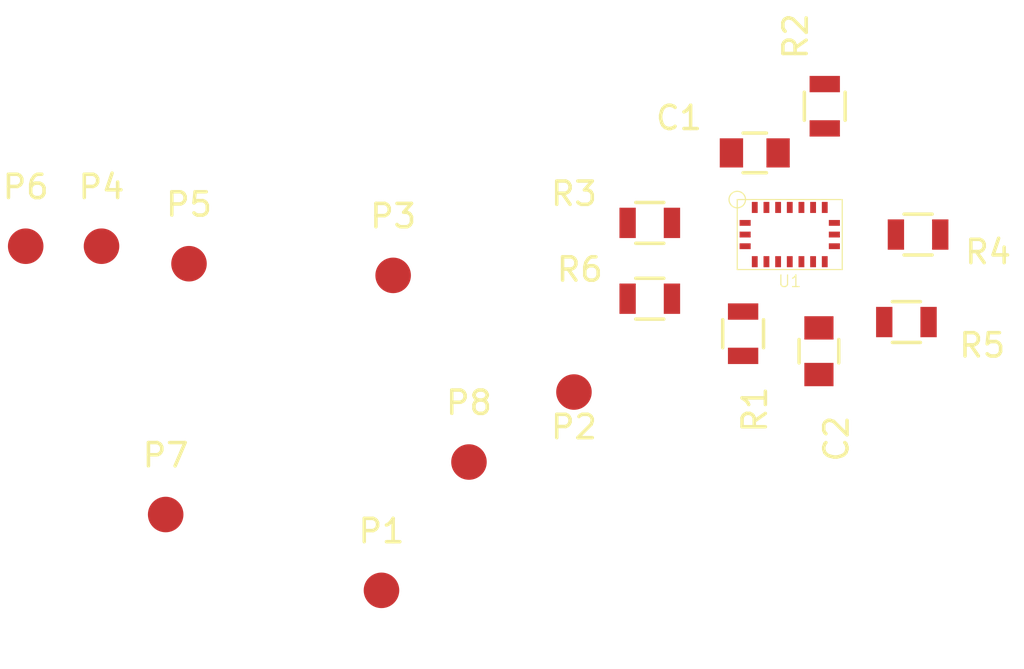
<source format=kicad_pcb>
(kicad_pcb (version 4) (host pcbnew 4.0.2-stable)

  (general
    (links 22)
    (no_connects 22)
    (area 0 0 0 0)
    (thickness 1.6)
    (drawings 0)
    (tracks 0)
    (zones 0)
    (modules 17)
    (nets 15)
  )

  (page A4)
  (layers
    (0 F.Cu signal)
    (31 B.Cu signal)
    (32 B.Adhes user)
    (33 F.Adhes user)
    (34 B.Paste user)
    (35 F.Paste user)
    (36 B.SilkS user)
    (37 F.SilkS user)
    (38 B.Mask user)
    (39 F.Mask user)
    (40 Dwgs.User user)
    (41 Cmts.User user)
    (42 Eco1.User user)
    (43 Eco2.User user)
    (44 Edge.Cuts user)
    (45 Margin user)
    (46 B.CrtYd user)
    (47 F.CrtYd user)
    (48 B.Fab user)
    (49 F.Fab user)
  )

  (setup
    (last_trace_width 0.25)
    (trace_clearance 0.2)
    (zone_clearance 0.508)
    (zone_45_only no)
    (trace_min 0.2)
    (segment_width 0.2)
    (edge_width 0.15)
    (via_size 0.6)
    (via_drill 0.4)
    (via_min_size 0.4)
    (via_min_drill 0.3)
    (uvia_size 0.3)
    (uvia_drill 0.1)
    (uvias_allowed no)
    (uvia_min_size 0.2)
    (uvia_min_drill 0.1)
    (pcb_text_width 0.3)
    (pcb_text_size 1.5 1.5)
    (mod_edge_width 0.15)
    (mod_text_size 1 1)
    (mod_text_width 0.15)
    (pad_size 1.524 1.524)
    (pad_drill 0.762)
    (pad_to_mask_clearance 0.2)
    (aux_axis_origin 0 0)
    (visible_elements FFFFFF7F)
    (pcbplotparams
      (layerselection 0x00030_80000001)
      (usegerberextensions false)
      (excludeedgelayer true)
      (linewidth 0.100000)
      (plotframeref false)
      (viasonmask false)
      (mode 1)
      (useauxorigin false)
      (hpglpennumber 1)
      (hpglpenspeed 20)
      (hpglpendiameter 15)
      (hpglpenoverlay 2)
      (psnegative false)
      (psa4output false)
      (plotreference true)
      (plotvalue true)
      (plotinvisibletext false)
      (padsonsilk false)
      (subtractmaskfromsilk false)
      (outputformat 1)
      (mirror false)
      (drillshape 1)
      (scaleselection 1)
      (outputdirectory ""))
  )

  (net 0 "")
  (net 1 VDD)
  (net 2 GND)
  (net 3 "Net-(P3-Pad1)")
  (net 4 "Net-(P4-Pad1)")
  (net 5 "Net-(P5-Pad1)")
  (net 6 "Net-(P6-Pad1)")
  (net 7 "Net-(P7-Pad1)")
  (net 8 "Net-(P8-Pad1)")
  (net 9 /~accel-cs~)
  (net 10 /~gyro-cs~)
  (net 11 /~magnet-cs~)
  (net 12 /sck)
  (net 13 /mosi)
  (net 14 /miso)

  (net_class Default "This is the default net class."
    (clearance 0.2)
    (trace_width 0.25)
    (via_dia 0.6)
    (via_drill 0.4)
    (uvia_dia 0.3)
    (uvia_drill 0.1)
    (add_net /miso)
    (add_net /mosi)
    (add_net /sck)
    (add_net /~accel-cs~)
    (add_net /~gyro-cs~)
    (add_net /~magnet-cs~)
    (add_net GND)
    (add_net "Net-(P3-Pad1)")
    (add_net "Net-(P4-Pad1)")
    (add_net "Net-(P5-Pad1)")
    (add_net "Net-(P6-Pad1)")
    (add_net "Net-(P7-Pad1)")
    (add_net "Net-(P8-Pad1)")
    (add_net VDD)
  )

  (module Capacitors_SMD:C_0805 (layer F.Cu) (tedit 57D72657) (tstamp 57D7272A)
    (at 172.25 87.75)
    (descr "Capacitor SMD 0805, reflow soldering, AVX (see smccp.pdf)")
    (tags "capacitor 0805")
    (path /57D7157B)
    (attr smd)
    (fp_text reference C1 (at -3.25 -1.5) (layer F.SilkS)
      (effects (font (size 1 1) (thickness 0.15)))
    )
    (fp_text value 100n (at -3.5 0) (layer F.Fab)
      (effects (font (size 1 1) (thickness 0.15)))
    )
    (fp_line (start -1.8 -1) (end 1.8 -1) (layer F.CrtYd) (width 0.05))
    (fp_line (start -1.8 1) (end 1.8 1) (layer F.CrtYd) (width 0.05))
    (fp_line (start -1.8 -1) (end -1.8 1) (layer F.CrtYd) (width 0.05))
    (fp_line (start 1.8 -1) (end 1.8 1) (layer F.CrtYd) (width 0.05))
    (fp_line (start 0.5 -0.85) (end -0.5 -0.85) (layer F.SilkS) (width 0.15))
    (fp_line (start -0.5 0.85) (end 0.5 0.85) (layer F.SilkS) (width 0.15))
    (pad 1 smd rect (at -1 0) (size 1 1.25) (layers F.Cu F.Paste F.Mask)
      (net 1 VDD))
    (pad 2 smd rect (at 1 0) (size 1 1.25) (layers F.Cu F.Paste F.Mask)
      (net 2 GND))
    (model Capacitors_SMD.3dshapes/C_0805.wrl
      (at (xyz 0 0 0))
      (scale (xyz 1 1 1))
      (rotate (xyz 0 0 0))
    )
  )

  (module Capacitors_SMD:C_0805 (layer F.Cu) (tedit 57D72672) (tstamp 57D72730)
    (at 175 96.25 270)
    (descr "Capacitor SMD 0805, reflow soldering, AVX (see smccp.pdf)")
    (tags "capacitor 0805")
    (path /57D7170F)
    (attr smd)
    (fp_text reference C2 (at 3.75 -0.75 270) (layer F.SilkS)
      (effects (font (size 1 1) (thickness 0.15)))
    )
    (fp_text value 100n (at 3.75 0.5 270) (layer F.Fab)
      (effects (font (size 1 1) (thickness 0.15)))
    )
    (fp_line (start -1.8 -1) (end 1.8 -1) (layer F.CrtYd) (width 0.05))
    (fp_line (start -1.8 1) (end 1.8 1) (layer F.CrtYd) (width 0.05))
    (fp_line (start -1.8 -1) (end -1.8 1) (layer F.CrtYd) (width 0.05))
    (fp_line (start 1.8 -1) (end 1.8 1) (layer F.CrtYd) (width 0.05))
    (fp_line (start 0.5 -0.85) (end -0.5 -0.85) (layer F.SilkS) (width 0.15))
    (fp_line (start -0.5 0.85) (end 0.5 0.85) (layer F.SilkS) (width 0.15))
    (pad 1 smd rect (at -1 0 270) (size 1 1.25) (layers F.Cu F.Paste F.Mask)
      (net 1 VDD))
    (pad 2 smd rect (at 1 0 270) (size 1 1.25) (layers F.Cu F.Paste F.Mask)
      (net 2 GND))
    (model Capacitors_SMD.3dshapes/C_0805.wrl
      (at (xyz 0 0 0))
      (scale (xyz 1 1 1))
      (rotate (xyz 0 0 0))
    )
  )

  (module Measurement_Points:Measurement_Point_Round-SMD-Pad_Small (layer F.Cu) (tedit 0) (tstamp 57D72735)
    (at 156.25 106.5)
    (descr "Mesurement Point, Round, SMD Pad, DM 1.5mm,")
    (tags "Mesurement Point, Round, SMD Pad, DM 1.5mm,")
    (path /57D7262E)
    (fp_text reference P1 (at 0 -2.54) (layer F.SilkS)
      (effects (font (size 1 1) (thickness 0.15)))
    )
    (fp_text value vcc (at 1.27 2.54) (layer F.Fab)
      (effects (font (size 1 1) (thickness 0.15)))
    )
    (pad 1 smd circle (at 0 0) (size 1.524 1.524) (layers F.Cu F.Paste F.Mask)
      (net 1 VDD))
  )

  (module Measurement_Points:Measurement_Point_Round-SMD-Pad_Small (layer F.Cu) (tedit 57D72649) (tstamp 57D7273A)
    (at 164.5 98)
    (descr "Mesurement Point, Round, SMD Pad, DM 1.5mm,")
    (tags "Mesurement Point, Round, SMD Pad, DM 1.5mm,")
    (path /57D72696)
    (fp_text reference P2 (at 0 1.5) (layer F.SilkS)
      (effects (font (size 1 1) (thickness 0.15)))
    )
    (fp_text value gnd (at 1.27 2.54) (layer F.Fab)
      (effects (font (size 1 1) (thickness 0.15)))
    )
    (pad 1 smd circle (at 0 0) (size 1.524 1.524) (layers F.Cu F.Paste F.Mask)
      (net 2 GND))
  )

  (module Measurement_Points:Measurement_Point_Round-SMD-Pad_Small (layer F.Cu) (tedit 0) (tstamp 57D7273F)
    (at 156.75 93)
    (descr "Mesurement Point, Round, SMD Pad, DM 1.5mm,")
    (tags "Mesurement Point, Round, SMD Pad, DM 1.5mm,")
    (path /57D723A1)
    (fp_text reference P3 (at 0 -2.54) (layer F.SilkS)
      (effects (font (size 1 1) (thickness 0.15)))
    )
    (fp_text value accel-cs (at 1.27 2.54) (layer F.Fab)
      (effects (font (size 1 1) (thickness 0.15)))
    )
    (pad 1 smd circle (at 0 0) (size 1.524 1.524) (layers F.Cu F.Paste F.Mask)
      (net 3 "Net-(P3-Pad1)"))
  )

  (module Measurement_Points:Measurement_Point_Round-SMD-Pad_Small (layer F.Cu) (tedit 0) (tstamp 57D72744)
    (at 144.25 91.75)
    (descr "Mesurement Point, Round, SMD Pad, DM 1.5mm,")
    (tags "Mesurement Point, Round, SMD Pad, DM 1.5mm,")
    (path /57D7241E)
    (fp_text reference P4 (at 0 -2.54) (layer F.SilkS)
      (effects (font (size 1 1) (thickness 0.15)))
    )
    (fp_text value gyro-cs (at 1.27 2.54) (layer F.Fab)
      (effects (font (size 1 1) (thickness 0.15)))
    )
    (pad 1 smd circle (at 0 0) (size 1.524 1.524) (layers F.Cu F.Paste F.Mask)
      (net 4 "Net-(P4-Pad1)"))
  )

  (module Measurement_Points:Measurement_Point_Round-SMD-Pad_Small (layer F.Cu) (tedit 0) (tstamp 57D72749)
    (at 148 92.5)
    (descr "Mesurement Point, Round, SMD Pad, DM 1.5mm,")
    (tags "Mesurement Point, Round, SMD Pad, DM 1.5mm,")
    (path /57D72453)
    (fp_text reference P5 (at 0 -2.54) (layer F.SilkS)
      (effects (font (size 1 1) (thickness 0.15)))
    )
    (fp_text value magnet-cs (at 1.27 2.54) (layer F.Fab)
      (effects (font (size 1 1) (thickness 0.15)))
    )
    (pad 1 smd circle (at 0 0) (size 1.524 1.524) (layers F.Cu F.Paste F.Mask)
      (net 5 "Net-(P5-Pad1)"))
  )

  (module Measurement_Points:Measurement_Point_Round-SMD-Pad_Small (layer F.Cu) (tedit 0) (tstamp 57D7274E)
    (at 141 91.75)
    (descr "Mesurement Point, Round, SMD Pad, DM 1.5mm,")
    (tags "Mesurement Point, Round, SMD Pad, DM 1.5mm,")
    (path /57D7249C)
    (fp_text reference P6 (at 0 -2.54) (layer F.SilkS)
      (effects (font (size 1 1) (thickness 0.15)))
    )
    (fp_text value sck (at 1.27 2.54) (layer F.Fab)
      (effects (font (size 1 1) (thickness 0.15)))
    )
    (pad 1 smd circle (at 0 0) (size 1.524 1.524) (layers F.Cu F.Paste F.Mask)
      (net 6 "Net-(P6-Pad1)"))
  )

  (module Measurement_Points:Measurement_Point_Round-SMD-Pad_Small (layer F.Cu) (tedit 0) (tstamp 57D72753)
    (at 147 103.25)
    (descr "Mesurement Point, Round, SMD Pad, DM 1.5mm,")
    (tags "Mesurement Point, Round, SMD Pad, DM 1.5mm,")
    (path /57D724D9)
    (fp_text reference P7 (at 0 -2.54) (layer F.SilkS)
      (effects (font (size 1 1) (thickness 0.15)))
    )
    (fp_text value mosi (at 1.27 2.54) (layer F.Fab)
      (effects (font (size 1 1) (thickness 0.15)))
    )
    (pad 1 smd circle (at 0 0) (size 1.524 1.524) (layers F.Cu F.Paste F.Mask)
      (net 7 "Net-(P7-Pad1)"))
  )

  (module Measurement_Points:Measurement_Point_Round-SMD-Pad_Small (layer F.Cu) (tedit 0) (tstamp 57D72758)
    (at 160 101)
    (descr "Mesurement Point, Round, SMD Pad, DM 1.5mm,")
    (tags "Mesurement Point, Round, SMD Pad, DM 1.5mm,")
    (path /57D7251A)
    (fp_text reference P8 (at 0 -2.54) (layer F.SilkS)
      (effects (font (size 1 1) (thickness 0.15)))
    )
    (fp_text value miso (at 1.27 2.54) (layer F.Fab)
      (effects (font (size 1 1) (thickness 0.15)))
    )
    (pad 1 smd circle (at 0 0) (size 1.524 1.524) (layers F.Cu F.Paste F.Mask)
      (net 8 "Net-(P8-Pad1)"))
  )

  (module Resistors_SMD:R_0805 (layer F.Cu) (tedit 57D72678) (tstamp 57D7275E)
    (at 171.75 95.5 90)
    (descr "Resistor SMD 0805, reflow soldering, Vishay (see dcrcw.pdf)")
    (tags "resistor 0805")
    (path /57D722A1)
    (attr smd)
    (fp_text reference R1 (at -3.25 0.5 90) (layer F.SilkS)
      (effects (font (size 1 1) (thickness 0.15)))
    )
    (fp_text value 100 (at -3.5 -0.75 90) (layer F.Fab)
      (effects (font (size 1 1) (thickness 0.15)))
    )
    (fp_line (start -1.6 -1) (end 1.6 -1) (layer F.CrtYd) (width 0.05))
    (fp_line (start -1.6 1) (end 1.6 1) (layer F.CrtYd) (width 0.05))
    (fp_line (start -1.6 -1) (end -1.6 1) (layer F.CrtYd) (width 0.05))
    (fp_line (start 1.6 -1) (end 1.6 1) (layer F.CrtYd) (width 0.05))
    (fp_line (start 0.6 0.875) (end -0.6 0.875) (layer F.SilkS) (width 0.15))
    (fp_line (start -0.6 -0.875) (end 0.6 -0.875) (layer F.SilkS) (width 0.15))
    (pad 1 smd rect (at -0.95 0 90) (size 0.7 1.3) (layers F.Cu F.Paste F.Mask)
      (net 3 "Net-(P3-Pad1)"))
    (pad 2 smd rect (at 0.95 0 90) (size 0.7 1.3) (layers F.Cu F.Paste F.Mask)
      (net 9 /~accel-cs~))
    (model Resistors_SMD.3dshapes/R_0805.wrl
      (at (xyz 0 0 0))
      (scale (xyz 1 1 1))
      (rotate (xyz 0 0 0))
    )
  )

  (module Resistors_SMD:R_0805 (layer F.Cu) (tedit 57D7265E) (tstamp 57D72764)
    (at 175.25 85.75 270)
    (descr "Resistor SMD 0805, reflow soldering, Vishay (see dcrcw.pdf)")
    (tags "resistor 0805")
    (path /57D72417)
    (attr smd)
    (fp_text reference R2 (at -3 1.25 270) (layer F.SilkS)
      (effects (font (size 1 1) (thickness 0.15)))
    )
    (fp_text value 100 (at -3 0 270) (layer F.Fab)
      (effects (font (size 1 1) (thickness 0.15)))
    )
    (fp_line (start -1.6 -1) (end 1.6 -1) (layer F.CrtYd) (width 0.05))
    (fp_line (start -1.6 1) (end 1.6 1) (layer F.CrtYd) (width 0.05))
    (fp_line (start -1.6 -1) (end -1.6 1) (layer F.CrtYd) (width 0.05))
    (fp_line (start 1.6 -1) (end 1.6 1) (layer F.CrtYd) (width 0.05))
    (fp_line (start 0.6 0.875) (end -0.6 0.875) (layer F.SilkS) (width 0.15))
    (fp_line (start -0.6 -0.875) (end 0.6 -0.875) (layer F.SilkS) (width 0.15))
    (pad 1 smd rect (at -0.95 0 270) (size 0.7 1.3) (layers F.Cu F.Paste F.Mask)
      (net 4 "Net-(P4-Pad1)"))
    (pad 2 smd rect (at 0.95 0 270) (size 0.7 1.3) (layers F.Cu F.Paste F.Mask)
      (net 10 /~gyro-cs~))
    (model Resistors_SMD.3dshapes/R_0805.wrl
      (at (xyz 0 0 0))
      (scale (xyz 1 1 1))
      (rotate (xyz 0 0 0))
    )
  )

  (module Resistors_SMD:R_0805 (layer F.Cu) (tedit 57D7264E) (tstamp 57D7276A)
    (at 167.75 90.75)
    (descr "Resistor SMD 0805, reflow soldering, Vishay (see dcrcw.pdf)")
    (tags "resistor 0805")
    (path /57D7244C)
    (attr smd)
    (fp_text reference R3 (at -3.25 -1.25) (layer F.SilkS)
      (effects (font (size 1 1) (thickness 0.15)))
    )
    (fp_text value 100 (at -3.25 0) (layer F.Fab)
      (effects (font (size 1 1) (thickness 0.15)))
    )
    (fp_line (start -1.6 -1) (end 1.6 -1) (layer F.CrtYd) (width 0.05))
    (fp_line (start -1.6 1) (end 1.6 1) (layer F.CrtYd) (width 0.05))
    (fp_line (start -1.6 -1) (end -1.6 1) (layer F.CrtYd) (width 0.05))
    (fp_line (start 1.6 -1) (end 1.6 1) (layer F.CrtYd) (width 0.05))
    (fp_line (start 0.6 0.875) (end -0.6 0.875) (layer F.SilkS) (width 0.15))
    (fp_line (start -0.6 -0.875) (end 0.6 -0.875) (layer F.SilkS) (width 0.15))
    (pad 1 smd rect (at -0.95 0) (size 0.7 1.3) (layers F.Cu F.Paste F.Mask)
      (net 5 "Net-(P5-Pad1)"))
    (pad 2 smd rect (at 0.95 0) (size 0.7 1.3) (layers F.Cu F.Paste F.Mask)
      (net 11 /~magnet-cs~))
    (model Resistors_SMD.3dshapes/R_0805.wrl
      (at (xyz 0 0 0))
      (scale (xyz 1 1 1))
      (rotate (xyz 0 0 0))
    )
  )

  (module Resistors_SMD:R_0805 (layer F.Cu) (tedit 57D7268D) (tstamp 57D72770)
    (at 179.25 91.25 180)
    (descr "Resistor SMD 0805, reflow soldering, Vishay (see dcrcw.pdf)")
    (tags "resistor 0805")
    (path /57D72495)
    (attr smd)
    (fp_text reference R4 (at -3 -0.75 180) (layer F.SilkS)
      (effects (font (size 1 1) (thickness 0.15)))
    )
    (fp_text value 100 (at -3 0.5 180) (layer F.Fab)
      (effects (font (size 1 1) (thickness 0.15)))
    )
    (fp_line (start -1.6 -1) (end 1.6 -1) (layer F.CrtYd) (width 0.05))
    (fp_line (start -1.6 1) (end 1.6 1) (layer F.CrtYd) (width 0.05))
    (fp_line (start -1.6 -1) (end -1.6 1) (layer F.CrtYd) (width 0.05))
    (fp_line (start 1.6 -1) (end 1.6 1) (layer F.CrtYd) (width 0.05))
    (fp_line (start 0.6 0.875) (end -0.6 0.875) (layer F.SilkS) (width 0.15))
    (fp_line (start -0.6 -0.875) (end 0.6 -0.875) (layer F.SilkS) (width 0.15))
    (pad 1 smd rect (at -0.95 0 180) (size 0.7 1.3) (layers F.Cu F.Paste F.Mask)
      (net 6 "Net-(P6-Pad1)"))
    (pad 2 smd rect (at 0.95 0 180) (size 0.7 1.3) (layers F.Cu F.Paste F.Mask)
      (net 12 /sck))
    (model Resistors_SMD.3dshapes/R_0805.wrl
      (at (xyz 0 0 0))
      (scale (xyz 1 1 1))
      (rotate (xyz 0 0 0))
    )
  )

  (module Resistors_SMD:R_0805 (layer F.Cu) (tedit 57D72688) (tstamp 57D72776)
    (at 178.75 95 180)
    (descr "Resistor SMD 0805, reflow soldering, Vishay (see dcrcw.pdf)")
    (tags "resistor 0805")
    (path /57D724D2)
    (attr smd)
    (fp_text reference R5 (at -3.25 -1 180) (layer F.SilkS)
      (effects (font (size 1 1) (thickness 0.15)))
    )
    (fp_text value 100 (at -3.25 0.25 180) (layer F.Fab)
      (effects (font (size 1 1) (thickness 0.15)))
    )
    (fp_line (start -1.6 -1) (end 1.6 -1) (layer F.CrtYd) (width 0.05))
    (fp_line (start -1.6 1) (end 1.6 1) (layer F.CrtYd) (width 0.05))
    (fp_line (start -1.6 -1) (end -1.6 1) (layer F.CrtYd) (width 0.05))
    (fp_line (start 1.6 -1) (end 1.6 1) (layer F.CrtYd) (width 0.05))
    (fp_line (start 0.6 0.875) (end -0.6 0.875) (layer F.SilkS) (width 0.15))
    (fp_line (start -0.6 -0.875) (end 0.6 -0.875) (layer F.SilkS) (width 0.15))
    (pad 1 smd rect (at -0.95 0 180) (size 0.7 1.3) (layers F.Cu F.Paste F.Mask)
      (net 7 "Net-(P7-Pad1)"))
    (pad 2 smd rect (at 0.95 0 180) (size 0.7 1.3) (layers F.Cu F.Paste F.Mask)
      (net 13 /mosi))
    (model Resistors_SMD.3dshapes/R_0805.wrl
      (at (xyz 0 0 0))
      (scale (xyz 1 1 1))
      (rotate (xyz 0 0 0))
    )
  )

  (module Resistors_SMD:R_0805 (layer F.Cu) (tedit 57D7264C) (tstamp 57D7277C)
    (at 167.75 94)
    (descr "Resistor SMD 0805, reflow soldering, Vishay (see dcrcw.pdf)")
    (tags "resistor 0805")
    (path /57D72513)
    (attr smd)
    (fp_text reference R6 (at -3 -1.25) (layer F.SilkS)
      (effects (font (size 1 1) (thickness 0.15)))
    )
    (fp_text value 100 (at -3 0) (layer F.Fab)
      (effects (font (size 1 1) (thickness 0.15)))
    )
    (fp_line (start -1.6 -1) (end 1.6 -1) (layer F.CrtYd) (width 0.05))
    (fp_line (start -1.6 1) (end 1.6 1) (layer F.CrtYd) (width 0.05))
    (fp_line (start -1.6 -1) (end -1.6 1) (layer F.CrtYd) (width 0.05))
    (fp_line (start 1.6 -1) (end 1.6 1) (layer F.CrtYd) (width 0.05))
    (fp_line (start 0.6 0.875) (end -0.6 0.875) (layer F.SilkS) (width 0.15))
    (fp_line (start -0.6 -0.875) (end 0.6 -0.875) (layer F.SilkS) (width 0.15))
    (pad 1 smd rect (at -0.95 0) (size 0.7 1.3) (layers F.Cu F.Paste F.Mask)
      (net 8 "Net-(P8-Pad1)"))
    (pad 2 smd rect (at 0.95 0) (size 0.7 1.3) (layers F.Cu F.Paste F.Mask)
      (net 14 /miso))
    (model Resistors_SMD.3dshapes/R_0805.wrl
      (at (xyz 0 0 0))
      (scale (xyz 1 1 1))
      (rotate (xyz 0 0 0))
    )
  )

  (module libs:bmx055 (layer F.Cu) (tedit 57D72387) (tstamp 57D72794)
    (at 173.75 91.25)
    (path /57D714D8)
    (fp_text reference U1 (at 0 2) (layer F.SilkS)
      (effects (font (size 0.5 0.5) (thickness 0.05)))
    )
    (fp_text value BMX055 (at 0 -0.5) (layer F.Fab)
      (effects (font (size 0.5 0.5) (thickness 0.05)))
    )
    (fp_circle (center -2.25 -1.5) (end -2 -1.25) (layer F.SilkS) (width 0.05))
    (fp_line (start -2.25 -1.5) (end 2.25 -1.5) (layer F.SilkS) (width 0.05))
    (fp_line (start 2.25 -1.5) (end 2.25 1.5) (layer F.SilkS) (width 0.05))
    (fp_line (start 2.25 1.5) (end -2.25 1.5) (layer F.SilkS) (width 0.05))
    (fp_line (start -2.25 1.5) (end -2.25 -1.5) (layer F.SilkS) (width 0.05))
    (pad 19 smd rect (at -1.9125 0) (size 0.475 0.25) (layers F.Cu F.Paste F.Mask))
    (pad 20 smd rect (at -1.9125 -0.5) (size 0.475 0.25) (layers F.Cu F.Paste F.Mask)
      (net 11 /~magnet-cs~))
    (pad 18 smd rect (at -1.9125 0.5) (size 0.475 0.25) (layers F.Cu F.Paste F.Mask))
    (pad 10 smd rect (at 1.9125 0.5) (size 0.475 0.25) (layers F.Cu F.Paste F.Mask))
    (pad 8 smd rect (at 1.9125 -0.5) (size 0.475 0.25) (layers F.Cu F.Paste F.Mask))
    (pad 9 smd rect (at 1.9125 0) (size 0.475 0.25) (layers F.Cu F.Paste F.Mask)
      (net 12 /sck))
    (pad 1 smd rect (at -1.5 -1.1625) (size 0.25 0.475) (layers F.Cu F.Paste F.Mask))
    (pad 16 smd rect (at -1 1.1625) (size 0.25 0.475) (layers F.Cu F.Paste F.Mask)
      (net 9 /~accel-cs~))
    (pad 15 smd rect (at -0.5 1.1625) (size 0.25 0.475) (layers F.Cu F.Paste F.Mask))
    (pad 11 smd rect (at 1.5 1.1625) (size 0.25 0.475) (layers F.Cu F.Paste F.Mask)
      (net 13 /mosi))
    (pad 12 smd rect (at 1 1.1625) (size 0.25 0.475) (layers F.Cu F.Paste F.Mask)
      (net 14 /miso))
    (pad 13 smd rect (at 0.5 1.1625) (size 0.25 0.475) (layers F.Cu F.Paste F.Mask)
      (net 1 VDD))
    (pad 14 smd rect (at 0 1.1625) (size 0.25 0.475) (layers F.Cu F.Paste F.Mask))
    (pad 4 smd rect (at 0 -1.1625) (size 0.25 0.475) (layers F.Cu F.Paste F.Mask)
      (net 2 GND))
    (pad 5 smd rect (at 0.5 -1.1625) (size 0.25 0.475) (layers F.Cu F.Paste F.Mask)
      (net 10 /~gyro-cs~))
    (pad 6 smd rect (at 1 -1.1625) (size 0.25 0.475) (layers F.Cu F.Paste F.Mask)
      (net 2 GND))
    (pad 7 smd rect (at 1.5 -1.1625) (size 0.25 0.475) (layers F.Cu F.Paste F.Mask)
      (net 2 GND))
    (pad 3 smd rect (at -0.5 -1.1625) (size 0.25 0.475) (layers F.Cu F.Paste F.Mask)
      (net 1 VDD))
    (pad 2 smd rect (at -1 -1.1625) (size 0.25 0.475) (layers F.Cu F.Paste F.Mask))
    (pad 17 smd rect (at -1.5 1.1625) (size 0.25 0.475) (layers F.Cu F.Paste F.Mask)
      (net 14 /miso))
  )

)

</source>
